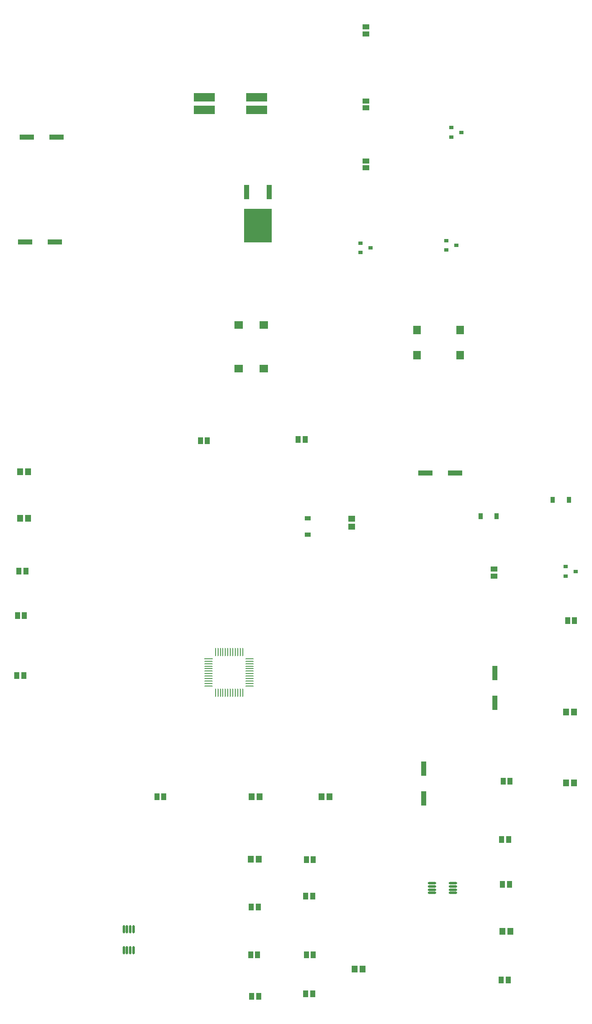
<source format=gtp>
G04*
G04 #@! TF.GenerationSoftware,Altium Limited,Altium Designer,23.2.1 (34)*
G04*
G04 Layer_Color=8421504*
%FSLAX25Y25*%
%MOIN*%
G70*
G04*
G04 #@! TF.SameCoordinates,93AA6E6A-2443-478F-AA38-481D138D9A8A*
G04*
G04*
G04 #@! TF.FilePolarity,Positive*
G04*
G01*
G75*
%ADD19R,0.03543X0.03150*%
%ADD20R,0.05339X0.04349*%
%ADD21R,0.04349X0.05339*%
%ADD22R,0.03583X0.04803*%
%ADD23R,0.11417X0.04331*%
%ADD24R,0.06693X0.05906*%
%ADD25R,0.05906X0.06693*%
%ADD26O,0.06693X0.01772*%
%ADD27O,0.01772X0.06693*%
%ADD28R,0.05136X0.05733*%
%ADD29R,0.04331X0.11417*%
G04:AMPARAMS|DCode=30|XSize=9.94mil|YSize=65.17mil|CornerRadius=4.97mil|HoleSize=0mil|Usage=FLASHONLY|Rotation=0.000|XOffset=0mil|YOffset=0mil|HoleType=Round|Shape=RoundedRectangle|*
%AMROUNDEDRECTD30*
21,1,0.00994,0.05523,0,0,0.0*
21,1,0.00000,0.06517,0,0,0.0*
1,1,0.00994,0.00000,-0.02761*
1,1,0.00994,0.00000,-0.02761*
1,1,0.00994,0.00000,0.02761*
1,1,0.00994,0.00000,0.02761*
%
%ADD30ROUNDEDRECTD30*%
G04:AMPARAMS|DCode=31|XSize=65.17mil|YSize=9.94mil|CornerRadius=4.97mil|HoleSize=0mil|Usage=FLASHONLY|Rotation=0.000|XOffset=0mil|YOffset=0mil|HoleType=Round|Shape=RoundedRectangle|*
%AMROUNDEDRECTD31*
21,1,0.06517,0.00000,0,0,0.0*
21,1,0.05523,0.00994,0,0,0.0*
1,1,0.00994,0.02761,0.00000*
1,1,0.00994,-0.02761,0.00000*
1,1,0.00994,-0.02761,0.00000*
1,1,0.00994,0.02761,0.00000*
%
%ADD31ROUNDEDRECTD31*%
%ADD32R,0.06517X0.00994*%
%ADD33R,0.04803X0.03583*%
%ADD34R,0.05733X0.05136*%
%ADD35R,0.22244X0.27165*%
%ADD36R,0.03937X0.11221*%
%ADD37R,0.16811X0.07008*%
D19*
X526500Y357480D02*
D03*
Y350000D02*
D03*
X534374Y353740D02*
D03*
X370937Y611000D02*
D03*
X363063Y607260D02*
D03*
Y614740D02*
D03*
X443374Y702760D02*
D03*
X435500Y699020D02*
D03*
Y706500D02*
D03*
X439437Y613000D02*
D03*
X431563Y609260D02*
D03*
Y616740D02*
D03*
D20*
X469500Y355518D02*
D03*
Y350000D02*
D03*
X367500Y786518D02*
D03*
Y781000D02*
D03*
Y674482D02*
D03*
Y680000D02*
D03*
Y727759D02*
D03*
Y722241D02*
D03*
D21*
X533518Y314500D02*
D03*
X528000D02*
D03*
X241259Y457500D02*
D03*
X235741D02*
D03*
X319000Y458500D02*
D03*
X313482D02*
D03*
X319500Y95500D02*
D03*
X325018D02*
D03*
X325518Y124500D02*
D03*
X320000D02*
D03*
X281759Y87000D02*
D03*
X276241D02*
D03*
X281259Y49000D02*
D03*
X275741D02*
D03*
X276500Y16000D02*
D03*
X282018D02*
D03*
X325500Y49000D02*
D03*
X319982D02*
D03*
X476241Y105000D02*
D03*
X481759D02*
D03*
X482259Y187000D02*
D03*
X476741D02*
D03*
X480759Y29000D02*
D03*
X475241D02*
D03*
X319482Y18000D02*
D03*
X325000D02*
D03*
X475482Y140500D02*
D03*
X481000D02*
D03*
X91241Y354000D02*
D03*
X96759D02*
D03*
X90000Y318500D02*
D03*
X95518D02*
D03*
X95018Y271000D02*
D03*
X89500D02*
D03*
X206518Y174500D02*
D03*
X201000D02*
D03*
D22*
X458626Y397500D02*
D03*
X471500D02*
D03*
X516063Y410500D02*
D03*
X528937D02*
D03*
D23*
X119811Y615500D02*
D03*
X96189D02*
D03*
X121122Y699000D02*
D03*
X97500D02*
D03*
X438311Y432000D02*
D03*
X414689D02*
D03*
D24*
X286000Y515000D02*
D03*
X266000D02*
D03*
Y549500D02*
D03*
X286000D02*
D03*
D25*
X442500Y545500D02*
D03*
Y525500D02*
D03*
X408000D02*
D03*
Y545500D02*
D03*
D26*
X436768Y98161D02*
D03*
Y100720D02*
D03*
Y103280D02*
D03*
Y105839D02*
D03*
X420232Y98161D02*
D03*
Y100720D02*
D03*
Y103280D02*
D03*
Y105839D02*
D03*
D27*
X182339Y69268D02*
D03*
X179780D02*
D03*
X177220D02*
D03*
X174661D02*
D03*
X182339Y52732D02*
D03*
X179780D02*
D03*
X177220D02*
D03*
X174661D02*
D03*
D28*
X358500Y37500D02*
D03*
X364805D02*
D03*
X275847Y125000D02*
D03*
X282153D02*
D03*
X476000Y67500D02*
D03*
X482305D02*
D03*
X526695Y185500D02*
D03*
X533000D02*
D03*
X526695Y242000D02*
D03*
X533000D02*
D03*
X282805Y174500D02*
D03*
X276500D02*
D03*
X332000D02*
D03*
X338305D02*
D03*
X92000Y433000D02*
D03*
X98305D02*
D03*
X92195Y396000D02*
D03*
X98500D02*
D03*
D29*
X470000Y249189D02*
D03*
Y272811D02*
D03*
X413500Y196811D02*
D03*
Y173189D02*
D03*
D30*
X247673Y289742D02*
D03*
X249642D02*
D03*
X251610D02*
D03*
X253579D02*
D03*
X255547D02*
D03*
X257516D02*
D03*
X259484D02*
D03*
X261453D02*
D03*
X263421D02*
D03*
X265390D02*
D03*
X267358D02*
D03*
X269327D02*
D03*
Y257258D02*
D03*
X267358D02*
D03*
X265390D02*
D03*
X263421D02*
D03*
X261453D02*
D03*
X259484D02*
D03*
X257516D02*
D03*
X255547D02*
D03*
X253579D02*
D03*
X251610D02*
D03*
X249642D02*
D03*
X247673D02*
D03*
D31*
X274742Y284327D02*
D03*
Y282358D02*
D03*
Y280390D02*
D03*
Y278421D02*
D03*
Y276453D02*
D03*
Y274484D02*
D03*
Y272516D02*
D03*
Y270547D02*
D03*
Y268579D02*
D03*
Y266610D02*
D03*
Y264642D02*
D03*
Y262673D02*
D03*
X242258D02*
D03*
Y264642D02*
D03*
Y266610D02*
D03*
Y268579D02*
D03*
Y270547D02*
D03*
Y272516D02*
D03*
Y274484D02*
D03*
Y276453D02*
D03*
Y278421D02*
D03*
Y280390D02*
D03*
Y282358D02*
D03*
D32*
Y284327D02*
D03*
D33*
X321000Y383063D02*
D03*
Y395937D02*
D03*
D34*
X356000Y395500D02*
D03*
Y389195D02*
D03*
D35*
X281500Y628500D02*
D03*
D36*
X272524Y655272D02*
D03*
X290476D02*
D03*
D37*
X280386Y720500D02*
D03*
Y730500D02*
D03*
X238614D02*
D03*
Y720500D02*
D03*
M02*

</source>
